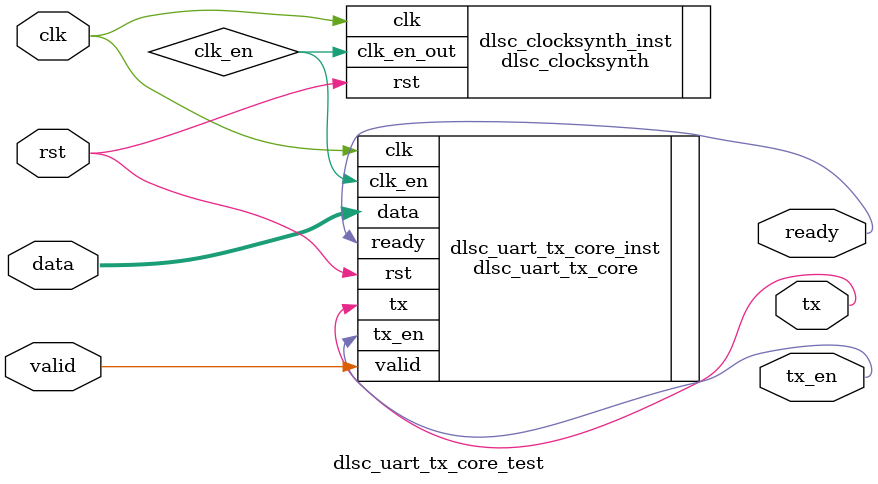
<source format=v>

module dlsc_uart_tx_core_test #(
    parameter START         = 1,
    parameter STOP          = 1,
    parameter DATA          = 8,
    parameter PARITY        = 0,
    parameter OVERSAMPLE    = 16,
    parameter FREQ_IN       = 100000000,
    parameter FREQ_OUT      = 115200
) (
    // system
    input   wire                clk,
    input   wire                rst,

    // uart pins
    output  wire                tx,
    output  wire                tx_en,

    // transmit data
    output  wire                ready,
    input   wire                valid,
    input   wire    [DATA-1:0]  data
);

wire clk_en;

dlsc_uart_tx_core #(
    .START          ( START ),
    .STOP           ( STOP ),
    .DATA           ( DATA ),
    .PARITY         ( PARITY ),
    .OVERSAMPLE     ( OVERSAMPLE )
) dlsc_uart_tx_core_inst (
    .clk            ( clk ),
    .clk_en         ( clk_en ),
    .rst            ( rst ),
    .tx             ( tx ),
    .tx_en          ( tx_en ),
    .ready          ( ready ),
    .valid          ( valid ),
    .data           ( data )
);

dlsc_clocksynth #(
    .FREQ_IN        ( FREQ_IN ),
    .FREQ_OUT       ( FREQ_OUT*OVERSAMPLE )
) dlsc_clocksynth_inst (
    .clk            ( clk ),
    .rst            ( rst ),
    .clk_en_out     ( clk_en )
);


endmodule


</source>
